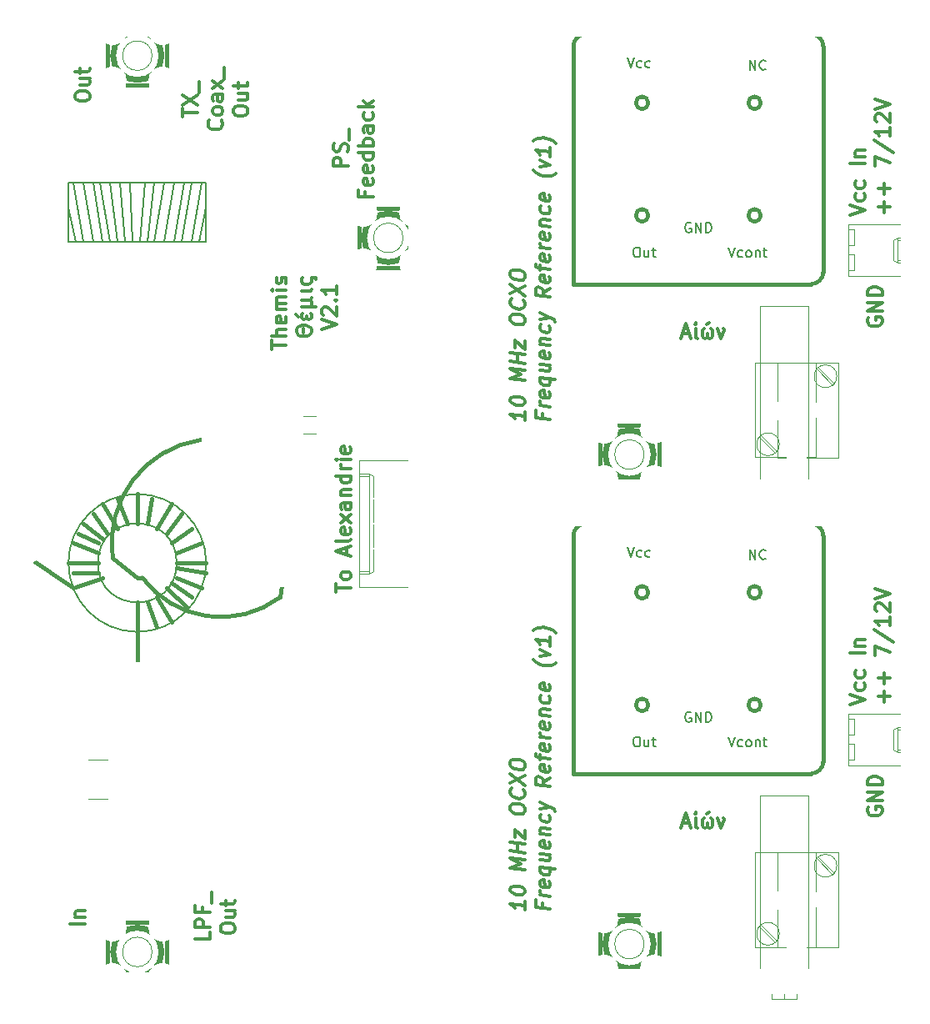
<source format=gto>
G04 #@! TF.GenerationSoftware,KiCad,Pcbnew,(5.1.5)-3*
G04 #@! TF.CreationDate,2021-12-07T14:22:12+01:00*
G04 #@! TF.ProjectId,dual_ocxo_themis,6475616c-5f6f-4637-986f-5f7468656d69,rev?*
G04 #@! TF.SameCoordinates,Original*
G04 #@! TF.FileFunction,Legend,Top*
G04 #@! TF.FilePolarity,Positive*
%FSLAX46Y46*%
G04 Gerber Fmt 4.6, Leading zero omitted, Abs format (unit mm)*
G04 Created by KiCad (PCBNEW (5.1.5)-3) date 2021-12-07 14:22:12*
%MOMM*%
%LPD*%
G04 APERTURE LIST*
%ADD10C,0.300000*%
%ADD11C,0.120000*%
%ADD12C,0.099060*%
%ADD13C,0.381000*%
%ADD14C,0.400000*%
%ADD15C,0.150000*%
%ADD16C,5.900000*%
%ADD17R,3.000000X2.400000*%
%ADD18O,3.000000X2.400000*%
%ADD19C,2.398980*%
%ADD20C,2.899360*%
%ADD21C,2.900000*%
%ADD22C,2.200000*%
%ADD23C,1.840000*%
%ADD24R,5.400000X5.400000*%
%ADD25C,3.400000*%
%ADD26R,4.400000X4.400000*%
%ADD27R,5.000000X5.000000*%
%ADD28C,4.000000*%
%ADD29R,2.400000X3.900000*%
%ADD30C,6.000000*%
%ADD31C,3.700000*%
%ADD32R,1.645000X2.200000*%
%ADD33C,0.254000*%
G04 APERTURE END LIST*
D10*
X105357142Y-77750000D02*
X106071428Y-77750000D01*
X105214285Y-78178571D02*
X105714285Y-76678571D01*
X106214285Y-78178571D01*
X106714285Y-77178571D02*
X106714285Y-77964285D01*
X106785714Y-78107142D01*
X106928571Y-78178571D01*
X106642857Y-76821428D02*
X106714285Y-76821428D01*
X106785714Y-76750000D01*
X106785714Y-76607142D01*
X107928571Y-77678571D02*
X107928571Y-77964285D01*
X107571428Y-77178571D02*
X107500000Y-77250000D01*
X107428571Y-77392857D01*
X107428571Y-77964285D01*
X107500000Y-78107142D01*
X107642857Y-78178571D01*
X107714285Y-78178571D01*
X107857142Y-78107142D01*
X107928571Y-77964285D01*
X108000000Y-78107142D01*
X108142857Y-78178571D01*
X108214285Y-78178571D01*
X108357142Y-78107142D01*
X108428571Y-77964285D01*
X108428571Y-77392857D01*
X108357142Y-77250000D01*
X108285714Y-77178571D01*
X108071428Y-76607142D02*
X107857142Y-76821428D01*
X108928571Y-77178571D02*
X109285714Y-78178571D01*
X109642857Y-77392857D01*
X109642857Y-77321428D01*
X109571428Y-77178571D01*
X124250000Y-76123571D02*
X124178571Y-76266428D01*
X124178571Y-76480714D01*
X124250000Y-76695000D01*
X124392857Y-76837857D01*
X124535714Y-76909285D01*
X124821428Y-76980714D01*
X125035714Y-76980714D01*
X125321428Y-76909285D01*
X125464285Y-76837857D01*
X125607142Y-76695000D01*
X125678571Y-76480714D01*
X125678571Y-76337857D01*
X125607142Y-76123571D01*
X125535714Y-76052142D01*
X125035714Y-76052142D01*
X125035714Y-76337857D01*
X125678571Y-75409285D02*
X124178571Y-75409285D01*
X125678571Y-74552142D01*
X124178571Y-74552142D01*
X125678571Y-73837857D02*
X124178571Y-73837857D01*
X124178571Y-73480714D01*
X124250000Y-73266428D01*
X124392857Y-73123571D01*
X124535714Y-73052142D01*
X124821428Y-72980714D01*
X125035714Y-72980714D01*
X125321428Y-73052142D01*
X125464285Y-73123571D01*
X125607142Y-73266428D01*
X125678571Y-73480714D01*
X125678571Y-73837857D01*
X89403571Y-85653214D02*
X89403571Y-86510357D01*
X89403571Y-86081785D02*
X87903571Y-85894285D01*
X88117857Y-86063928D01*
X88260714Y-86224642D01*
X88332142Y-86376428D01*
X87903571Y-84537142D02*
X87903571Y-84394285D01*
X87975000Y-84260357D01*
X88046428Y-84197857D01*
X88189285Y-84144285D01*
X88475000Y-84108571D01*
X88832142Y-84153214D01*
X89117857Y-84260357D01*
X89260714Y-84349642D01*
X89332142Y-84430000D01*
X89403571Y-84581785D01*
X89403571Y-84724642D01*
X89332142Y-84858571D01*
X89260714Y-84921071D01*
X89117857Y-84974642D01*
X88832142Y-85010357D01*
X88475000Y-84965714D01*
X88189285Y-84858571D01*
X88046428Y-84769285D01*
X87975000Y-84688928D01*
X87903571Y-84537142D01*
X89403571Y-82438928D02*
X87903571Y-82251428D01*
X88975000Y-81885357D01*
X87903571Y-81251428D01*
X89403571Y-81438928D01*
X89403571Y-80724642D02*
X87903571Y-80537142D01*
X88617857Y-80626428D02*
X88617857Y-79769285D01*
X89403571Y-79867500D02*
X87903571Y-79680000D01*
X88403571Y-79171071D02*
X88403571Y-78385357D01*
X89403571Y-79296071D01*
X89403571Y-78510357D01*
X87903571Y-76322857D02*
X87903571Y-76037142D01*
X87975000Y-75903214D01*
X88117857Y-75778214D01*
X88403571Y-75742500D01*
X88903571Y-75805000D01*
X89189285Y-75912142D01*
X89332142Y-76072857D01*
X89403571Y-76224642D01*
X89403571Y-76510357D01*
X89332142Y-76644285D01*
X89189285Y-76769285D01*
X88903571Y-76805000D01*
X88403571Y-76742500D01*
X88117857Y-76635357D01*
X87975000Y-76474642D01*
X87903571Y-76322857D01*
X89260714Y-74349642D02*
X89332142Y-74430000D01*
X89403571Y-74653214D01*
X89403571Y-74796071D01*
X89332142Y-75001428D01*
X89189285Y-75126428D01*
X89046428Y-75180000D01*
X88760714Y-75215714D01*
X88546428Y-75188928D01*
X88260714Y-75081785D01*
X88117857Y-74992500D01*
X87975000Y-74831785D01*
X87903571Y-74608571D01*
X87903571Y-74465714D01*
X87975000Y-74260357D01*
X88046428Y-74197857D01*
X87903571Y-73680000D02*
X89403571Y-72867500D01*
X87903571Y-72680000D02*
X89403571Y-73867500D01*
X87903571Y-71822857D02*
X87903571Y-71537142D01*
X87975000Y-71403214D01*
X88117857Y-71278214D01*
X88403571Y-71242500D01*
X88903571Y-71305000D01*
X89189285Y-71412142D01*
X89332142Y-71572857D01*
X89403571Y-71724642D01*
X89403571Y-72010357D01*
X89332142Y-72144285D01*
X89189285Y-72269285D01*
X88903571Y-72305000D01*
X88403571Y-72242500D01*
X88117857Y-72135357D01*
X87975000Y-71974642D01*
X87903571Y-71822857D01*
X91167857Y-85840714D02*
X91167857Y-86340714D01*
X91953571Y-86438928D02*
X90453571Y-86251428D01*
X90453571Y-85537142D01*
X91953571Y-85153214D02*
X90953571Y-85028214D01*
X91239285Y-85063928D02*
X91096428Y-84974642D01*
X91025000Y-84894285D01*
X90953571Y-84742500D01*
X90953571Y-84599642D01*
X91882142Y-83644285D02*
X91953571Y-83796071D01*
X91953571Y-84081785D01*
X91882142Y-84215714D01*
X91739285Y-84269285D01*
X91167857Y-84197857D01*
X91025000Y-84108571D01*
X90953571Y-83956785D01*
X90953571Y-83671071D01*
X91025000Y-83537142D01*
X91167857Y-83483571D01*
X91310714Y-83501428D01*
X91453571Y-84233571D01*
X90953571Y-82171071D02*
X92453571Y-82358571D01*
X91882142Y-82287142D02*
X91953571Y-82438928D01*
X91953571Y-82724642D01*
X91882142Y-82858571D01*
X91810714Y-82921071D01*
X91667857Y-82974642D01*
X91239285Y-82921071D01*
X91096428Y-82831785D01*
X91025000Y-82751428D01*
X90953571Y-82599642D01*
X90953571Y-82313928D01*
X91025000Y-82180000D01*
X90953571Y-80813928D02*
X91953571Y-80938928D01*
X90953571Y-81456785D02*
X91739285Y-81555000D01*
X91882142Y-81501428D01*
X91953571Y-81367500D01*
X91953571Y-81153214D01*
X91882142Y-81001428D01*
X91810714Y-80921071D01*
X91882142Y-79644285D02*
X91953571Y-79796071D01*
X91953571Y-80081785D01*
X91882142Y-80215714D01*
X91739285Y-80269285D01*
X91167857Y-80197857D01*
X91025000Y-80108571D01*
X90953571Y-79956785D01*
X90953571Y-79671071D01*
X91025000Y-79537142D01*
X91167857Y-79483571D01*
X91310714Y-79501428D01*
X91453571Y-80233571D01*
X90953571Y-78813928D02*
X91953571Y-78938928D01*
X91096428Y-78831785D02*
X91025000Y-78751428D01*
X90953571Y-78599642D01*
X90953571Y-78385357D01*
X91025000Y-78251428D01*
X91167857Y-78197857D01*
X91953571Y-78296071D01*
X91882142Y-76930000D02*
X91953571Y-77081785D01*
X91953571Y-77367500D01*
X91882142Y-77501428D01*
X91810714Y-77563928D01*
X91667857Y-77617500D01*
X91239285Y-77563928D01*
X91096428Y-77474642D01*
X91025000Y-77394285D01*
X90953571Y-77242500D01*
X90953571Y-76956785D01*
X91025000Y-76822857D01*
X90953571Y-76313928D02*
X91953571Y-76081785D01*
X90953571Y-75599642D02*
X91953571Y-76081785D01*
X92310714Y-76269285D01*
X92382142Y-76349642D01*
X92453571Y-76501428D01*
X91953571Y-73153214D02*
X91239285Y-73563928D01*
X91953571Y-74010357D02*
X90453571Y-73822857D01*
X90453571Y-73251428D01*
X90525000Y-73117500D01*
X90596428Y-73055000D01*
X90739285Y-73001428D01*
X90953571Y-73028214D01*
X91096428Y-73117500D01*
X91167857Y-73197857D01*
X91239285Y-73349642D01*
X91239285Y-73921071D01*
X91882142Y-71930000D02*
X91953571Y-72081785D01*
X91953571Y-72367500D01*
X91882142Y-72501428D01*
X91739285Y-72555000D01*
X91167857Y-72483571D01*
X91025000Y-72394285D01*
X90953571Y-72242500D01*
X90953571Y-71956785D01*
X91025000Y-71822857D01*
X91167857Y-71769285D01*
X91310714Y-71787142D01*
X91453571Y-72519285D01*
X90953571Y-71313928D02*
X90953571Y-70742500D01*
X91953571Y-71224642D02*
X90667857Y-71063928D01*
X90525000Y-70974642D01*
X90453571Y-70822857D01*
X90453571Y-70680000D01*
X91882142Y-69787142D02*
X91953571Y-69938928D01*
X91953571Y-70224642D01*
X91882142Y-70358571D01*
X91739285Y-70412142D01*
X91167857Y-70340714D01*
X91025000Y-70251428D01*
X90953571Y-70099642D01*
X90953571Y-69813928D01*
X91025000Y-69680000D01*
X91167857Y-69626428D01*
X91310714Y-69644285D01*
X91453571Y-70376428D01*
X91953571Y-69081785D02*
X90953571Y-68956785D01*
X91239285Y-68992500D02*
X91096428Y-68903214D01*
X91025000Y-68822857D01*
X90953571Y-68671071D01*
X90953571Y-68528214D01*
X91882142Y-67572857D02*
X91953571Y-67724642D01*
X91953571Y-68010357D01*
X91882142Y-68144285D01*
X91739285Y-68197857D01*
X91167857Y-68126428D01*
X91025000Y-68037142D01*
X90953571Y-67885357D01*
X90953571Y-67599642D01*
X91025000Y-67465714D01*
X91167857Y-67412142D01*
X91310714Y-67430000D01*
X91453571Y-68162142D01*
X90953571Y-66742500D02*
X91953571Y-66867500D01*
X91096428Y-66760357D02*
X91025000Y-66680000D01*
X90953571Y-66528214D01*
X90953571Y-66313928D01*
X91025000Y-66180000D01*
X91167857Y-66126428D01*
X91953571Y-66224642D01*
X91882142Y-64858571D02*
X91953571Y-65010357D01*
X91953571Y-65296071D01*
X91882142Y-65430000D01*
X91810714Y-65492500D01*
X91667857Y-65546071D01*
X91239285Y-65492500D01*
X91096428Y-65403214D01*
X91025000Y-65322857D01*
X90953571Y-65171071D01*
X90953571Y-64885357D01*
X91025000Y-64751428D01*
X91882142Y-63644285D02*
X91953571Y-63796071D01*
X91953571Y-64081785D01*
X91882142Y-64215714D01*
X91739285Y-64269285D01*
X91167857Y-64197857D01*
X91025000Y-64108571D01*
X90953571Y-63956785D01*
X90953571Y-63671071D01*
X91025000Y-63537142D01*
X91167857Y-63483571D01*
X91310714Y-63501428D01*
X91453571Y-64233571D01*
X92525000Y-61438928D02*
X92453571Y-61501428D01*
X92239285Y-61617500D01*
X92096428Y-61671071D01*
X91882142Y-61715714D01*
X91525000Y-61742500D01*
X91239285Y-61706785D01*
X90882142Y-61590714D01*
X90667857Y-61492500D01*
X90525000Y-61403214D01*
X90310714Y-61233571D01*
X90239285Y-61153214D01*
X90953571Y-60813928D02*
X91953571Y-60581785D01*
X90953571Y-60099642D01*
X91953571Y-58867500D02*
X91953571Y-59724642D01*
X91953571Y-59296071D02*
X90453571Y-59108571D01*
X90667857Y-59278214D01*
X90810714Y-59438928D01*
X90882142Y-59590714D01*
X92525000Y-58438928D02*
X92453571Y-58358571D01*
X92239285Y-58188928D01*
X92096428Y-58099642D01*
X91882142Y-58001428D01*
X91525000Y-57885357D01*
X91239285Y-57849642D01*
X90882142Y-57876428D01*
X90667857Y-57921071D01*
X90525000Y-57974642D01*
X90310714Y-58090714D01*
X90239285Y-58153214D01*
X122403571Y-65662142D02*
X123903571Y-65162142D01*
X122403571Y-64662142D01*
X123832142Y-63519285D02*
X123903571Y-63662142D01*
X123903571Y-63947857D01*
X123832142Y-64090714D01*
X123760714Y-64162142D01*
X123617857Y-64233571D01*
X123189285Y-64233571D01*
X123046428Y-64162142D01*
X122975000Y-64090714D01*
X122903571Y-63947857D01*
X122903571Y-63662142D01*
X122975000Y-63519285D01*
X123832142Y-62233571D02*
X123903571Y-62376428D01*
X123903571Y-62662142D01*
X123832142Y-62805000D01*
X123760714Y-62876428D01*
X123617857Y-62947857D01*
X123189285Y-62947857D01*
X123046428Y-62876428D01*
X122975000Y-62805000D01*
X122903571Y-62662142D01*
X122903571Y-62376428D01*
X122975000Y-62233571D01*
X123903571Y-60447857D02*
X122403571Y-60447857D01*
X122903571Y-59733571D02*
X123903571Y-59733571D01*
X123046428Y-59733571D02*
X122975000Y-59662142D01*
X122903571Y-59519285D01*
X122903571Y-59305000D01*
X122975000Y-59162142D01*
X123117857Y-59090714D01*
X123903571Y-59090714D01*
X125882142Y-65447857D02*
X125882142Y-64305000D01*
X126453571Y-64876428D02*
X125310714Y-64876428D01*
X125882142Y-63590714D02*
X125882142Y-62447857D01*
X126453571Y-63019285D02*
X125310714Y-63019285D01*
X124953571Y-60733571D02*
X124953571Y-59733571D01*
X126453571Y-60376428D01*
X124882142Y-58090714D02*
X126810714Y-59376428D01*
X126453571Y-56805000D02*
X126453571Y-57662142D01*
X126453571Y-57233571D02*
X124953571Y-57233571D01*
X125167857Y-57376428D01*
X125310714Y-57519285D01*
X125382142Y-57662142D01*
X125096428Y-56233571D02*
X125025000Y-56162142D01*
X124953571Y-56019285D01*
X124953571Y-55662142D01*
X125025000Y-55519285D01*
X125096428Y-55447857D01*
X125239285Y-55376428D01*
X125382142Y-55376428D01*
X125596428Y-55447857D01*
X126453571Y-56305000D01*
X126453571Y-55376428D01*
X124953571Y-54947857D02*
X126453571Y-54447857D01*
X124953571Y-53947857D01*
X105357142Y-127450000D02*
X106071428Y-127450000D01*
X105214285Y-127878571D02*
X105714285Y-126378571D01*
X106214285Y-127878571D01*
X106714285Y-126878571D02*
X106714285Y-127664285D01*
X106785714Y-127807142D01*
X106928571Y-127878571D01*
X106642857Y-126521428D02*
X106714285Y-126521428D01*
X106785714Y-126450000D01*
X106785714Y-126307142D01*
X107928571Y-127378571D02*
X107928571Y-127664285D01*
X107571428Y-126878571D02*
X107500000Y-126950000D01*
X107428571Y-127092857D01*
X107428571Y-127664285D01*
X107500000Y-127807142D01*
X107642857Y-127878571D01*
X107714285Y-127878571D01*
X107857142Y-127807142D01*
X107928571Y-127664285D01*
X108000000Y-127807142D01*
X108142857Y-127878571D01*
X108214285Y-127878571D01*
X108357142Y-127807142D01*
X108428571Y-127664285D01*
X108428571Y-127092857D01*
X108357142Y-126950000D01*
X108285714Y-126878571D01*
X108071428Y-126307142D02*
X107857142Y-126521428D01*
X108928571Y-126878571D02*
X109285714Y-127878571D01*
X109642857Y-127092857D01*
X109642857Y-127021428D01*
X109571428Y-126878571D01*
X124250000Y-125823571D02*
X124178571Y-125966428D01*
X124178571Y-126180714D01*
X124250000Y-126395000D01*
X124392857Y-126537857D01*
X124535714Y-126609285D01*
X124821428Y-126680714D01*
X125035714Y-126680714D01*
X125321428Y-126609285D01*
X125464285Y-126537857D01*
X125607142Y-126395000D01*
X125678571Y-126180714D01*
X125678571Y-126037857D01*
X125607142Y-125823571D01*
X125535714Y-125752142D01*
X125035714Y-125752142D01*
X125035714Y-126037857D01*
X125678571Y-125109285D02*
X124178571Y-125109285D01*
X125678571Y-124252142D01*
X124178571Y-124252142D01*
X125678571Y-123537857D02*
X124178571Y-123537857D01*
X124178571Y-123180714D01*
X124250000Y-122966428D01*
X124392857Y-122823571D01*
X124535714Y-122752142D01*
X124821428Y-122680714D01*
X125035714Y-122680714D01*
X125321428Y-122752142D01*
X125464285Y-122823571D01*
X125607142Y-122966428D01*
X125678571Y-123180714D01*
X125678571Y-123537857D01*
X89403571Y-135353214D02*
X89403571Y-136210357D01*
X89403571Y-135781785D02*
X87903571Y-135594285D01*
X88117857Y-135763928D01*
X88260714Y-135924642D01*
X88332142Y-136076428D01*
X87903571Y-134237142D02*
X87903571Y-134094285D01*
X87975000Y-133960357D01*
X88046428Y-133897857D01*
X88189285Y-133844285D01*
X88475000Y-133808571D01*
X88832142Y-133853214D01*
X89117857Y-133960357D01*
X89260714Y-134049642D01*
X89332142Y-134130000D01*
X89403571Y-134281785D01*
X89403571Y-134424642D01*
X89332142Y-134558571D01*
X89260714Y-134621071D01*
X89117857Y-134674642D01*
X88832142Y-134710357D01*
X88475000Y-134665714D01*
X88189285Y-134558571D01*
X88046428Y-134469285D01*
X87975000Y-134388928D01*
X87903571Y-134237142D01*
X89403571Y-132138928D02*
X87903571Y-131951428D01*
X88975000Y-131585357D01*
X87903571Y-130951428D01*
X89403571Y-131138928D01*
X89403571Y-130424642D02*
X87903571Y-130237142D01*
X88617857Y-130326428D02*
X88617857Y-129469285D01*
X89403571Y-129567500D02*
X87903571Y-129380000D01*
X88403571Y-128871071D02*
X88403571Y-128085357D01*
X89403571Y-128996071D01*
X89403571Y-128210357D01*
X87903571Y-126022857D02*
X87903571Y-125737142D01*
X87975000Y-125603214D01*
X88117857Y-125478214D01*
X88403571Y-125442500D01*
X88903571Y-125505000D01*
X89189285Y-125612142D01*
X89332142Y-125772857D01*
X89403571Y-125924642D01*
X89403571Y-126210357D01*
X89332142Y-126344285D01*
X89189285Y-126469285D01*
X88903571Y-126505000D01*
X88403571Y-126442500D01*
X88117857Y-126335357D01*
X87975000Y-126174642D01*
X87903571Y-126022857D01*
X89260714Y-124049642D02*
X89332142Y-124130000D01*
X89403571Y-124353214D01*
X89403571Y-124496071D01*
X89332142Y-124701428D01*
X89189285Y-124826428D01*
X89046428Y-124880000D01*
X88760714Y-124915714D01*
X88546428Y-124888928D01*
X88260714Y-124781785D01*
X88117857Y-124692500D01*
X87975000Y-124531785D01*
X87903571Y-124308571D01*
X87903571Y-124165714D01*
X87975000Y-123960357D01*
X88046428Y-123897857D01*
X87903571Y-123380000D02*
X89403571Y-122567500D01*
X87903571Y-122380000D02*
X89403571Y-123567500D01*
X87903571Y-121522857D02*
X87903571Y-121237142D01*
X87975000Y-121103214D01*
X88117857Y-120978214D01*
X88403571Y-120942500D01*
X88903571Y-121005000D01*
X89189285Y-121112142D01*
X89332142Y-121272857D01*
X89403571Y-121424642D01*
X89403571Y-121710357D01*
X89332142Y-121844285D01*
X89189285Y-121969285D01*
X88903571Y-122005000D01*
X88403571Y-121942500D01*
X88117857Y-121835357D01*
X87975000Y-121674642D01*
X87903571Y-121522857D01*
X91167857Y-135540714D02*
X91167857Y-136040714D01*
X91953571Y-136138928D02*
X90453571Y-135951428D01*
X90453571Y-135237142D01*
X91953571Y-134853214D02*
X90953571Y-134728214D01*
X91239285Y-134763928D02*
X91096428Y-134674642D01*
X91025000Y-134594285D01*
X90953571Y-134442500D01*
X90953571Y-134299642D01*
X91882142Y-133344285D02*
X91953571Y-133496071D01*
X91953571Y-133781785D01*
X91882142Y-133915714D01*
X91739285Y-133969285D01*
X91167857Y-133897857D01*
X91025000Y-133808571D01*
X90953571Y-133656785D01*
X90953571Y-133371071D01*
X91025000Y-133237142D01*
X91167857Y-133183571D01*
X91310714Y-133201428D01*
X91453571Y-133933571D01*
X90953571Y-131871071D02*
X92453571Y-132058571D01*
X91882142Y-131987142D02*
X91953571Y-132138928D01*
X91953571Y-132424642D01*
X91882142Y-132558571D01*
X91810714Y-132621071D01*
X91667857Y-132674642D01*
X91239285Y-132621071D01*
X91096428Y-132531785D01*
X91025000Y-132451428D01*
X90953571Y-132299642D01*
X90953571Y-132013928D01*
X91025000Y-131880000D01*
X90953571Y-130513928D02*
X91953571Y-130638928D01*
X90953571Y-131156785D02*
X91739285Y-131255000D01*
X91882142Y-131201428D01*
X91953571Y-131067500D01*
X91953571Y-130853214D01*
X91882142Y-130701428D01*
X91810714Y-130621071D01*
X91882142Y-129344285D02*
X91953571Y-129496071D01*
X91953571Y-129781785D01*
X91882142Y-129915714D01*
X91739285Y-129969285D01*
X91167857Y-129897857D01*
X91025000Y-129808571D01*
X90953571Y-129656785D01*
X90953571Y-129371071D01*
X91025000Y-129237142D01*
X91167857Y-129183571D01*
X91310714Y-129201428D01*
X91453571Y-129933571D01*
X90953571Y-128513928D02*
X91953571Y-128638928D01*
X91096428Y-128531785D02*
X91025000Y-128451428D01*
X90953571Y-128299642D01*
X90953571Y-128085357D01*
X91025000Y-127951428D01*
X91167857Y-127897857D01*
X91953571Y-127996071D01*
X91882142Y-126630000D02*
X91953571Y-126781785D01*
X91953571Y-127067500D01*
X91882142Y-127201428D01*
X91810714Y-127263928D01*
X91667857Y-127317500D01*
X91239285Y-127263928D01*
X91096428Y-127174642D01*
X91025000Y-127094285D01*
X90953571Y-126942500D01*
X90953571Y-126656785D01*
X91025000Y-126522857D01*
X90953571Y-126013928D02*
X91953571Y-125781785D01*
X90953571Y-125299642D02*
X91953571Y-125781785D01*
X92310714Y-125969285D01*
X92382142Y-126049642D01*
X92453571Y-126201428D01*
X91953571Y-122853214D02*
X91239285Y-123263928D01*
X91953571Y-123710357D02*
X90453571Y-123522857D01*
X90453571Y-122951428D01*
X90525000Y-122817500D01*
X90596428Y-122755000D01*
X90739285Y-122701428D01*
X90953571Y-122728214D01*
X91096428Y-122817500D01*
X91167857Y-122897857D01*
X91239285Y-123049642D01*
X91239285Y-123621071D01*
X91882142Y-121630000D02*
X91953571Y-121781785D01*
X91953571Y-122067500D01*
X91882142Y-122201428D01*
X91739285Y-122255000D01*
X91167857Y-122183571D01*
X91025000Y-122094285D01*
X90953571Y-121942500D01*
X90953571Y-121656785D01*
X91025000Y-121522857D01*
X91167857Y-121469285D01*
X91310714Y-121487142D01*
X91453571Y-122219285D01*
X90953571Y-121013928D02*
X90953571Y-120442500D01*
X91953571Y-120924642D02*
X90667857Y-120763928D01*
X90525000Y-120674642D01*
X90453571Y-120522857D01*
X90453571Y-120380000D01*
X91882142Y-119487142D02*
X91953571Y-119638928D01*
X91953571Y-119924642D01*
X91882142Y-120058571D01*
X91739285Y-120112142D01*
X91167857Y-120040714D01*
X91025000Y-119951428D01*
X90953571Y-119799642D01*
X90953571Y-119513928D01*
X91025000Y-119380000D01*
X91167857Y-119326428D01*
X91310714Y-119344285D01*
X91453571Y-120076428D01*
X91953571Y-118781785D02*
X90953571Y-118656785D01*
X91239285Y-118692500D02*
X91096428Y-118603214D01*
X91025000Y-118522857D01*
X90953571Y-118371071D01*
X90953571Y-118228214D01*
X91882142Y-117272857D02*
X91953571Y-117424642D01*
X91953571Y-117710357D01*
X91882142Y-117844285D01*
X91739285Y-117897857D01*
X91167857Y-117826428D01*
X91025000Y-117737142D01*
X90953571Y-117585357D01*
X90953571Y-117299642D01*
X91025000Y-117165714D01*
X91167857Y-117112142D01*
X91310714Y-117130000D01*
X91453571Y-117862142D01*
X90953571Y-116442500D02*
X91953571Y-116567500D01*
X91096428Y-116460357D02*
X91025000Y-116380000D01*
X90953571Y-116228214D01*
X90953571Y-116013928D01*
X91025000Y-115880000D01*
X91167857Y-115826428D01*
X91953571Y-115924642D01*
X91882142Y-114558571D02*
X91953571Y-114710357D01*
X91953571Y-114996071D01*
X91882142Y-115130000D01*
X91810714Y-115192500D01*
X91667857Y-115246071D01*
X91239285Y-115192500D01*
X91096428Y-115103214D01*
X91025000Y-115022857D01*
X90953571Y-114871071D01*
X90953571Y-114585357D01*
X91025000Y-114451428D01*
X91882142Y-113344285D02*
X91953571Y-113496071D01*
X91953571Y-113781785D01*
X91882142Y-113915714D01*
X91739285Y-113969285D01*
X91167857Y-113897857D01*
X91025000Y-113808571D01*
X90953571Y-113656785D01*
X90953571Y-113371071D01*
X91025000Y-113237142D01*
X91167857Y-113183571D01*
X91310714Y-113201428D01*
X91453571Y-113933571D01*
X92525000Y-111138928D02*
X92453571Y-111201428D01*
X92239285Y-111317500D01*
X92096428Y-111371071D01*
X91882142Y-111415714D01*
X91525000Y-111442500D01*
X91239285Y-111406785D01*
X90882142Y-111290714D01*
X90667857Y-111192500D01*
X90525000Y-111103214D01*
X90310714Y-110933571D01*
X90239285Y-110853214D01*
X90953571Y-110513928D02*
X91953571Y-110281785D01*
X90953571Y-109799642D01*
X91953571Y-108567500D02*
X91953571Y-109424642D01*
X91953571Y-108996071D02*
X90453571Y-108808571D01*
X90667857Y-108978214D01*
X90810714Y-109138928D01*
X90882142Y-109290714D01*
X92525000Y-108138928D02*
X92453571Y-108058571D01*
X92239285Y-107888928D01*
X92096428Y-107799642D01*
X91882142Y-107701428D01*
X91525000Y-107585357D01*
X91239285Y-107549642D01*
X90882142Y-107576428D01*
X90667857Y-107621071D01*
X90525000Y-107674642D01*
X90310714Y-107790714D01*
X90239285Y-107853214D01*
X122403571Y-115362142D02*
X123903571Y-114862142D01*
X122403571Y-114362142D01*
X123832142Y-113219285D02*
X123903571Y-113362142D01*
X123903571Y-113647857D01*
X123832142Y-113790714D01*
X123760714Y-113862142D01*
X123617857Y-113933571D01*
X123189285Y-113933571D01*
X123046428Y-113862142D01*
X122975000Y-113790714D01*
X122903571Y-113647857D01*
X122903571Y-113362142D01*
X122975000Y-113219285D01*
X123832142Y-111933571D02*
X123903571Y-112076428D01*
X123903571Y-112362142D01*
X123832142Y-112505000D01*
X123760714Y-112576428D01*
X123617857Y-112647857D01*
X123189285Y-112647857D01*
X123046428Y-112576428D01*
X122975000Y-112505000D01*
X122903571Y-112362142D01*
X122903571Y-112076428D01*
X122975000Y-111933571D01*
X123903571Y-110147857D02*
X122403571Y-110147857D01*
X122903571Y-109433571D02*
X123903571Y-109433571D01*
X123046428Y-109433571D02*
X122975000Y-109362142D01*
X122903571Y-109219285D01*
X122903571Y-109005000D01*
X122975000Y-108862142D01*
X123117857Y-108790714D01*
X123903571Y-108790714D01*
X125882142Y-115147857D02*
X125882142Y-114005000D01*
X126453571Y-114576428D02*
X125310714Y-114576428D01*
X125882142Y-113290714D02*
X125882142Y-112147857D01*
X126453571Y-112719285D02*
X125310714Y-112719285D01*
X124953571Y-110433571D02*
X124953571Y-109433571D01*
X126453571Y-110076428D01*
X124882142Y-107790714D02*
X126810714Y-109076428D01*
X126453571Y-106505000D02*
X126453571Y-107362142D01*
X126453571Y-106933571D02*
X124953571Y-106933571D01*
X125167857Y-107076428D01*
X125310714Y-107219285D01*
X125382142Y-107362142D01*
X125096428Y-105933571D02*
X125025000Y-105862142D01*
X124953571Y-105719285D01*
X124953571Y-105362142D01*
X125025000Y-105219285D01*
X125096428Y-105147857D01*
X125239285Y-105076428D01*
X125382142Y-105076428D01*
X125596428Y-105147857D01*
X126453571Y-106005000D01*
X126453571Y-105076428D01*
X124953571Y-104647857D02*
X126453571Y-104147857D01*
X124953571Y-103647857D01*
X57403571Y-138500000D02*
X57403571Y-139214285D01*
X55903571Y-139214285D01*
X57403571Y-138000000D02*
X55903571Y-138000000D01*
X55903571Y-137428571D01*
X55975000Y-137285714D01*
X56046428Y-137214285D01*
X56189285Y-137142857D01*
X56403571Y-137142857D01*
X56546428Y-137214285D01*
X56617857Y-137285714D01*
X56689285Y-137428571D01*
X56689285Y-138000000D01*
X56617857Y-136000000D02*
X56617857Y-136500000D01*
X57403571Y-136500000D02*
X55903571Y-136500000D01*
X55903571Y-135785714D01*
X57546428Y-135571428D02*
X57546428Y-134428571D01*
X58453571Y-138250000D02*
X58453571Y-137964285D01*
X58525000Y-137821428D01*
X58667857Y-137678571D01*
X58953571Y-137607142D01*
X59453571Y-137607142D01*
X59739285Y-137678571D01*
X59882142Y-137821428D01*
X59953571Y-137964285D01*
X59953571Y-138250000D01*
X59882142Y-138392857D01*
X59739285Y-138535714D01*
X59453571Y-138607142D01*
X58953571Y-138607142D01*
X58667857Y-138535714D01*
X58525000Y-138392857D01*
X58453571Y-138250000D01*
X58953571Y-136321428D02*
X59953571Y-136321428D01*
X58953571Y-136964285D02*
X59739285Y-136964285D01*
X59882142Y-136892857D01*
X59953571Y-136750000D01*
X59953571Y-136535714D01*
X59882142Y-136392857D01*
X59810714Y-136321428D01*
X58953571Y-135821428D02*
X58953571Y-135250000D01*
X58453571Y-135607142D02*
X59739285Y-135607142D01*
X59882142Y-135535714D01*
X59953571Y-135392857D01*
X59953571Y-135250000D01*
X70178571Y-103964285D02*
X70178571Y-103107142D01*
X71678571Y-103535714D02*
X70178571Y-103535714D01*
X71678571Y-102392857D02*
X71607142Y-102535714D01*
X71535714Y-102607142D01*
X71392857Y-102678571D01*
X70964285Y-102678571D01*
X70821428Y-102607142D01*
X70750000Y-102535714D01*
X70678571Y-102392857D01*
X70678571Y-102178571D01*
X70750000Y-102035714D01*
X70821428Y-101964285D01*
X70964285Y-101892857D01*
X71392857Y-101892857D01*
X71535714Y-101964285D01*
X71607142Y-102035714D01*
X71678571Y-102178571D01*
X71678571Y-102392857D01*
X71250000Y-100178571D02*
X71250000Y-99464285D01*
X71678571Y-100321428D02*
X70178571Y-99821428D01*
X71678571Y-99321428D01*
X71678571Y-98607142D02*
X71607142Y-98750000D01*
X71464285Y-98821428D01*
X70178571Y-98821428D01*
X71607142Y-97464285D02*
X71678571Y-97607142D01*
X71678571Y-97892857D01*
X71607142Y-98035714D01*
X71464285Y-98107142D01*
X70892857Y-98107142D01*
X70750000Y-98035714D01*
X70678571Y-97892857D01*
X70678571Y-97607142D01*
X70750000Y-97464285D01*
X70892857Y-97392857D01*
X71035714Y-97392857D01*
X71178571Y-98107142D01*
X71678571Y-96892857D02*
X70678571Y-96107142D01*
X70678571Y-96892857D02*
X71678571Y-96107142D01*
X71678571Y-94892857D02*
X70892857Y-94892857D01*
X70750000Y-94964285D01*
X70678571Y-95107142D01*
X70678571Y-95392857D01*
X70750000Y-95535714D01*
X71607142Y-94892857D02*
X71678571Y-95035714D01*
X71678571Y-95392857D01*
X71607142Y-95535714D01*
X71464285Y-95607142D01*
X71321428Y-95607142D01*
X71178571Y-95535714D01*
X71107142Y-95392857D01*
X71107142Y-95035714D01*
X71035714Y-94892857D01*
X70678571Y-94178571D02*
X71678571Y-94178571D01*
X70821428Y-94178571D02*
X70750000Y-94107142D01*
X70678571Y-93964285D01*
X70678571Y-93750000D01*
X70750000Y-93607142D01*
X70892857Y-93535714D01*
X71678571Y-93535714D01*
X71678571Y-92178571D02*
X70178571Y-92178571D01*
X71607142Y-92178571D02*
X71678571Y-92321428D01*
X71678571Y-92607142D01*
X71607142Y-92750000D01*
X71535714Y-92821428D01*
X71392857Y-92892857D01*
X70964285Y-92892857D01*
X70821428Y-92821428D01*
X70750000Y-92750000D01*
X70678571Y-92607142D01*
X70678571Y-92321428D01*
X70750000Y-92178571D01*
X71678571Y-91464285D02*
X70678571Y-91464285D01*
X70964285Y-91464285D02*
X70821428Y-91392857D01*
X70750000Y-91321428D01*
X70678571Y-91178571D01*
X70678571Y-91035714D01*
X71678571Y-90535714D02*
X70678571Y-90535714D01*
X70178571Y-90535714D02*
X70250000Y-90607142D01*
X70321428Y-90535714D01*
X70250000Y-90464285D01*
X70178571Y-90535714D01*
X70321428Y-90535714D01*
X71607142Y-89250000D02*
X71678571Y-89392857D01*
X71678571Y-89678571D01*
X71607142Y-89821428D01*
X71464285Y-89892857D01*
X70892857Y-89892857D01*
X70750000Y-89821428D01*
X70678571Y-89678571D01*
X70678571Y-89392857D01*
X70750000Y-89250000D01*
X70892857Y-89178571D01*
X71035714Y-89178571D01*
X71178571Y-89892857D01*
X43678571Y-53750000D02*
X43678571Y-53464285D01*
X43750000Y-53321428D01*
X43892857Y-53178571D01*
X44178571Y-53107142D01*
X44678571Y-53107142D01*
X44964285Y-53178571D01*
X45107142Y-53321428D01*
X45178571Y-53464285D01*
X45178571Y-53750000D01*
X45107142Y-53892857D01*
X44964285Y-54035714D01*
X44678571Y-54107142D01*
X44178571Y-54107142D01*
X43892857Y-54035714D01*
X43750000Y-53892857D01*
X43678571Y-53750000D01*
X44178571Y-51821428D02*
X45178571Y-51821428D01*
X44178571Y-52464285D02*
X44964285Y-52464285D01*
X45107142Y-52392857D01*
X45178571Y-52250000D01*
X45178571Y-52035714D01*
X45107142Y-51892857D01*
X45035714Y-51821428D01*
X44178571Y-51321428D02*
X44178571Y-50750000D01*
X43678571Y-51107142D02*
X44964285Y-51107142D01*
X45107142Y-51035714D01*
X45178571Y-50892857D01*
X45178571Y-50750000D01*
X44678571Y-137678571D02*
X43178571Y-137678571D01*
X43678571Y-136964285D02*
X44678571Y-136964285D01*
X43821428Y-136964285D02*
X43750000Y-136892857D01*
X43678571Y-136750000D01*
X43678571Y-136535714D01*
X43750000Y-136392857D01*
X43892857Y-136321428D01*
X44678571Y-136321428D01*
X63628571Y-79285714D02*
X63628571Y-78428571D01*
X65128571Y-78857142D02*
X63628571Y-78857142D01*
X65128571Y-77928571D02*
X63628571Y-77928571D01*
X65128571Y-77285714D02*
X64342857Y-77285714D01*
X64200000Y-77357142D01*
X64128571Y-77500000D01*
X64128571Y-77714285D01*
X64200000Y-77857142D01*
X64271428Y-77928571D01*
X65057142Y-76000000D02*
X65128571Y-76142857D01*
X65128571Y-76428571D01*
X65057142Y-76571428D01*
X64914285Y-76642857D01*
X64342857Y-76642857D01*
X64200000Y-76571428D01*
X64128571Y-76428571D01*
X64128571Y-76142857D01*
X64200000Y-76000000D01*
X64342857Y-75928571D01*
X64485714Y-75928571D01*
X64628571Y-76642857D01*
X65128571Y-75285714D02*
X64128571Y-75285714D01*
X64271428Y-75285714D02*
X64200000Y-75214285D01*
X64128571Y-75071428D01*
X64128571Y-74857142D01*
X64200000Y-74714285D01*
X64342857Y-74642857D01*
X65128571Y-74642857D01*
X64342857Y-74642857D02*
X64200000Y-74571428D01*
X64128571Y-74428571D01*
X64128571Y-74214285D01*
X64200000Y-74071428D01*
X64342857Y-74000000D01*
X65128571Y-74000000D01*
X65128571Y-73285714D02*
X64128571Y-73285714D01*
X63628571Y-73285714D02*
X63700000Y-73357142D01*
X63771428Y-73285714D01*
X63700000Y-73214285D01*
X63628571Y-73285714D01*
X63771428Y-73285714D01*
X65057142Y-72642857D02*
X65128571Y-72500000D01*
X65128571Y-72214285D01*
X65057142Y-72071428D01*
X64914285Y-72000000D01*
X64842857Y-72000000D01*
X64700000Y-72071428D01*
X64628571Y-72214285D01*
X64628571Y-72428571D01*
X64557142Y-72571428D01*
X64414285Y-72642857D01*
X64342857Y-72642857D01*
X64200000Y-72571428D01*
X64128571Y-72428571D01*
X64128571Y-72214285D01*
X64200000Y-72071428D01*
X66892857Y-77642857D02*
X66892857Y-77214285D01*
X66178571Y-77571428D02*
X66178571Y-77285714D01*
X66250000Y-77142857D01*
X66392857Y-77000000D01*
X66535714Y-76928571D01*
X66750000Y-76857142D01*
X67107142Y-76857142D01*
X67321428Y-76928571D01*
X67464285Y-77000000D01*
X67607142Y-77142857D01*
X67678571Y-77285714D01*
X67678571Y-77571428D01*
X67607142Y-77714285D01*
X67464285Y-77857142D01*
X67321428Y-77928571D01*
X67107142Y-78000000D01*
X66750000Y-78000000D01*
X66535714Y-77928571D01*
X66392857Y-77857142D01*
X66250000Y-77714285D01*
X66178571Y-77571428D01*
X67178571Y-76071428D02*
X67250000Y-76214285D01*
X67392857Y-76285714D01*
X67464285Y-76285714D01*
X67607142Y-76214285D01*
X67678571Y-76071428D01*
X67678571Y-75785714D01*
X67607142Y-75642857D01*
X67178571Y-75928571D02*
X67178571Y-76071428D01*
X67107142Y-76214285D01*
X66964285Y-76285714D01*
X66892857Y-76285714D01*
X66750000Y-76214285D01*
X66678571Y-76071428D01*
X66678571Y-75785714D01*
X66750000Y-75642857D01*
X66107142Y-75785714D02*
X66321428Y-76000000D01*
X66678571Y-75000000D02*
X68178571Y-75000000D01*
X67464285Y-74285714D02*
X67607142Y-74214285D01*
X67678571Y-74071428D01*
X67464285Y-75000000D02*
X67607142Y-74928571D01*
X67678571Y-74785714D01*
X67678571Y-74500000D01*
X67607142Y-74357142D01*
X67464285Y-74285714D01*
X66678571Y-74285714D01*
X66678571Y-73428571D02*
X67464285Y-73428571D01*
X67607142Y-73357142D01*
X67678571Y-73214285D01*
X66750000Y-72000000D02*
X66678571Y-72142857D01*
X66678571Y-72428571D01*
X66750000Y-72571428D01*
X66821428Y-72642857D01*
X66964285Y-72714285D01*
X67392857Y-72714285D01*
X67535714Y-72642857D01*
X67607142Y-72571428D01*
X67678571Y-72428571D01*
X67678571Y-72214285D01*
X67750000Y-72071428D01*
X67892857Y-72000000D01*
X67964285Y-72000000D01*
X68107142Y-72071428D01*
X68178571Y-72214285D01*
X68728571Y-77285714D02*
X70228571Y-76785714D01*
X68728571Y-76285714D01*
X68871428Y-75857142D02*
X68800000Y-75785714D01*
X68728571Y-75642857D01*
X68728571Y-75285714D01*
X68800000Y-75142857D01*
X68871428Y-75071428D01*
X69014285Y-75000000D01*
X69157142Y-75000000D01*
X69371428Y-75071428D01*
X70228571Y-75928571D01*
X70228571Y-75000000D01*
X70085714Y-74357142D02*
X70157142Y-74285714D01*
X70228571Y-74357142D01*
X70157142Y-74428571D01*
X70085714Y-74357142D01*
X70228571Y-74357142D01*
X70228571Y-72857142D02*
X70228571Y-73714285D01*
X70228571Y-73285714D02*
X68728571Y-73285714D01*
X68942857Y-73428571D01*
X69085714Y-73571428D01*
X69157142Y-73714285D01*
X54628571Y-55714285D02*
X54628571Y-54857142D01*
X56128571Y-55285714D02*
X54628571Y-55285714D01*
X54628571Y-54500000D02*
X56128571Y-53500000D01*
X54628571Y-53500000D02*
X56128571Y-54500000D01*
X56271428Y-53285714D02*
X56271428Y-52142857D01*
X58535714Y-56071428D02*
X58607142Y-56142857D01*
X58678571Y-56357142D01*
X58678571Y-56500000D01*
X58607142Y-56714285D01*
X58464285Y-56857142D01*
X58321428Y-56928571D01*
X58035714Y-57000000D01*
X57821428Y-57000000D01*
X57535714Y-56928571D01*
X57392857Y-56857142D01*
X57250000Y-56714285D01*
X57178571Y-56500000D01*
X57178571Y-56357142D01*
X57250000Y-56142857D01*
X57321428Y-56071428D01*
X58678571Y-55214285D02*
X58607142Y-55357142D01*
X58535714Y-55428571D01*
X58392857Y-55500000D01*
X57964285Y-55500000D01*
X57821428Y-55428571D01*
X57750000Y-55357142D01*
X57678571Y-55214285D01*
X57678571Y-55000000D01*
X57750000Y-54857142D01*
X57821428Y-54785714D01*
X57964285Y-54714285D01*
X58392857Y-54714285D01*
X58535714Y-54785714D01*
X58607142Y-54857142D01*
X58678571Y-55000000D01*
X58678571Y-55214285D01*
X58678571Y-53428571D02*
X57892857Y-53428571D01*
X57750000Y-53500000D01*
X57678571Y-53642857D01*
X57678571Y-53928571D01*
X57750000Y-54071428D01*
X58607142Y-53428571D02*
X58678571Y-53571428D01*
X58678571Y-53928571D01*
X58607142Y-54071428D01*
X58464285Y-54142857D01*
X58321428Y-54142857D01*
X58178571Y-54071428D01*
X58107142Y-53928571D01*
X58107142Y-53571428D01*
X58035714Y-53428571D01*
X58678571Y-52857142D02*
X57678571Y-52071428D01*
X57678571Y-52857142D02*
X58678571Y-52071428D01*
X58821428Y-51857142D02*
X58821428Y-50714285D01*
X59728571Y-55250000D02*
X59728571Y-54964285D01*
X59800000Y-54821428D01*
X59942857Y-54678571D01*
X60228571Y-54607142D01*
X60728571Y-54607142D01*
X61014285Y-54678571D01*
X61157142Y-54821428D01*
X61228571Y-54964285D01*
X61228571Y-55250000D01*
X61157142Y-55392857D01*
X61014285Y-55535714D01*
X60728571Y-55607142D01*
X60228571Y-55607142D01*
X59942857Y-55535714D01*
X59800000Y-55392857D01*
X59728571Y-55250000D01*
X60228571Y-53321428D02*
X61228571Y-53321428D01*
X60228571Y-53964285D02*
X61014285Y-53964285D01*
X61157142Y-53892857D01*
X61228571Y-53750000D01*
X61228571Y-53535714D01*
X61157142Y-53392857D01*
X61085714Y-53321428D01*
X60228571Y-52821428D02*
X60228571Y-52250000D01*
X59728571Y-52607142D02*
X61014285Y-52607142D01*
X61157142Y-52535714D01*
X61228571Y-52392857D01*
X61228571Y-52250000D01*
X71403571Y-60678571D02*
X69903571Y-60678571D01*
X69903571Y-60107142D01*
X69975000Y-59964285D01*
X70046428Y-59892857D01*
X70189285Y-59821428D01*
X70403571Y-59821428D01*
X70546428Y-59892857D01*
X70617857Y-59964285D01*
X70689285Y-60107142D01*
X70689285Y-60678571D01*
X71332142Y-59250000D02*
X71403571Y-59035714D01*
X71403571Y-58678571D01*
X71332142Y-58535714D01*
X71260714Y-58464285D01*
X71117857Y-58392857D01*
X70975000Y-58392857D01*
X70832142Y-58464285D01*
X70760714Y-58535714D01*
X70689285Y-58678571D01*
X70617857Y-58964285D01*
X70546428Y-59107142D01*
X70475000Y-59178571D01*
X70332142Y-59250000D01*
X70189285Y-59250000D01*
X70046428Y-59178571D01*
X69975000Y-59107142D01*
X69903571Y-58964285D01*
X69903571Y-58607142D01*
X69975000Y-58392857D01*
X71546428Y-58107142D02*
X71546428Y-56964285D01*
X73167857Y-63357142D02*
X73167857Y-63857142D01*
X73953571Y-63857142D02*
X72453571Y-63857142D01*
X72453571Y-63142857D01*
X73882142Y-62000000D02*
X73953571Y-62142857D01*
X73953571Y-62428571D01*
X73882142Y-62571428D01*
X73739285Y-62642857D01*
X73167857Y-62642857D01*
X73025000Y-62571428D01*
X72953571Y-62428571D01*
X72953571Y-62142857D01*
X73025000Y-62000000D01*
X73167857Y-61928571D01*
X73310714Y-61928571D01*
X73453571Y-62642857D01*
X73882142Y-60714285D02*
X73953571Y-60857142D01*
X73953571Y-61142857D01*
X73882142Y-61285714D01*
X73739285Y-61357142D01*
X73167857Y-61357142D01*
X73025000Y-61285714D01*
X72953571Y-61142857D01*
X72953571Y-60857142D01*
X73025000Y-60714285D01*
X73167857Y-60642857D01*
X73310714Y-60642857D01*
X73453571Y-61357142D01*
X73953571Y-59357142D02*
X72453571Y-59357142D01*
X73882142Y-59357142D02*
X73953571Y-59500000D01*
X73953571Y-59785714D01*
X73882142Y-59928571D01*
X73810714Y-60000000D01*
X73667857Y-60071428D01*
X73239285Y-60071428D01*
X73096428Y-60000000D01*
X73025000Y-59928571D01*
X72953571Y-59785714D01*
X72953571Y-59500000D01*
X73025000Y-59357142D01*
X73953571Y-58642857D02*
X72453571Y-58642857D01*
X73025000Y-58642857D02*
X72953571Y-58500000D01*
X72953571Y-58214285D01*
X73025000Y-58071428D01*
X73096428Y-58000000D01*
X73239285Y-57928571D01*
X73667857Y-57928571D01*
X73810714Y-58000000D01*
X73882142Y-58071428D01*
X73953571Y-58214285D01*
X73953571Y-58500000D01*
X73882142Y-58642857D01*
X73953571Y-56642857D02*
X73167857Y-56642857D01*
X73025000Y-56714285D01*
X72953571Y-56857142D01*
X72953571Y-57142857D01*
X73025000Y-57285714D01*
X73882142Y-56642857D02*
X73953571Y-56785714D01*
X73953571Y-57142857D01*
X73882142Y-57285714D01*
X73739285Y-57357142D01*
X73596428Y-57357142D01*
X73453571Y-57285714D01*
X73382142Y-57142857D01*
X73382142Y-56785714D01*
X73310714Y-56642857D01*
X73882142Y-55285714D02*
X73953571Y-55428571D01*
X73953571Y-55714285D01*
X73882142Y-55857142D01*
X73810714Y-55928571D01*
X73667857Y-56000000D01*
X73239285Y-56000000D01*
X73096428Y-55928571D01*
X73025000Y-55857142D01*
X72953571Y-55714285D01*
X72953571Y-55428571D01*
X73025000Y-55285714D01*
X73953571Y-54642857D02*
X72453571Y-54642857D01*
X73382142Y-54500000D02*
X73953571Y-54071428D01*
X72953571Y-54071428D02*
X73525000Y-54642857D01*
D11*
X122230000Y-71870000D02*
X128230000Y-71870000D01*
X128230000Y-71870000D02*
X128230000Y-66590000D01*
X128230000Y-66590000D02*
X122230000Y-66590000D01*
X122230000Y-66590000D02*
X122230000Y-71870000D01*
X128230000Y-70500000D02*
X127230000Y-70500000D01*
X127230000Y-70500000D02*
X127230000Y-67960000D01*
X127230000Y-67960000D02*
X128230000Y-67960000D01*
X127230000Y-70500000D02*
X126800000Y-70250000D01*
X126800000Y-70250000D02*
X126800000Y-68210000D01*
X126800000Y-68210000D02*
X127230000Y-67960000D01*
X128230000Y-70250000D02*
X127230000Y-70250000D01*
X128230000Y-68210000D02*
X127230000Y-68210000D01*
X122230000Y-71300000D02*
X122850000Y-71300000D01*
X122850000Y-71300000D02*
X122850000Y-69700000D01*
X122850000Y-69700000D02*
X122230000Y-69700000D01*
X122230000Y-68760000D02*
X122850000Y-68760000D01*
X122850000Y-68760000D02*
X122850000Y-67160000D01*
X122850000Y-67160000D02*
X122230000Y-67160000D01*
D12*
X100500380Y-90000000D02*
G75*
G03X100500380Y-90000000I-500380J0D01*
G01*
X101501140Y-90000000D02*
G75*
G03X101501140Y-90000000I-1501140J0D01*
G01*
D13*
X102548957Y-90000000D02*
G75*
G03X102548957Y-90000000I-2548957J0D01*
G01*
X97000260Y-87000260D02*
X102999740Y-87000260D01*
X102999740Y-87000260D02*
X102999740Y-92999740D01*
X102999740Y-92999740D02*
X97000260Y-92999740D01*
X97000260Y-92999740D02*
X97000260Y-87000260D01*
X102371904Y-90000000D02*
G75*
G03X102371904Y-90000000I-2371904J0D01*
G01*
D14*
X101920000Y-54285000D02*
G75*
G03X101920000Y-54285000I-635000J0D01*
G01*
X101920000Y-65715000D02*
G75*
G03X101920000Y-65715000I-635000J0D01*
G01*
X113350000Y-65715000D02*
G75*
G03X113350000Y-65715000I-635000J0D01*
G01*
X113350000Y-54285000D02*
G75*
G03X113350000Y-54285000I-635000J0D01*
G01*
X95570000Y-47300000D02*
X96205000Y-47300000D01*
X94300000Y-49205000D02*
X94300000Y-48570000D01*
X95570000Y-47300000D02*
G75*
G03X94300000Y-48570000I0J-1270000D01*
G01*
X118430000Y-47300000D02*
X117795000Y-47300000D01*
X119700000Y-49205000D02*
X119700000Y-48570000D01*
X119700000Y-48570000D02*
G75*
G03X118430000Y-47300000I-1270000J0D01*
G01*
X94300000Y-49205000D02*
X94300000Y-72700000D01*
X116525000Y-47300000D02*
X117795000Y-47300000D01*
X116525000Y-47300000D02*
X96205000Y-47300000D01*
X119700000Y-71430000D02*
X119700000Y-49205000D01*
X118430000Y-72700000D02*
G75*
G03X119700000Y-71430000I0J1270000D01*
G01*
X94300000Y-72700000D02*
X118430000Y-72700000D01*
D11*
X113270000Y-94060000D02*
X113270000Y-74939000D01*
X118190000Y-94060000D02*
X118190000Y-74939000D01*
X113270000Y-94060000D02*
X118190000Y-94060000D01*
X113270000Y-74939000D02*
X118190000Y-74939000D01*
X114490000Y-95580000D02*
X114490000Y-94061000D01*
X116970000Y-95580000D02*
X116970000Y-94061000D01*
X114490000Y-95580000D02*
X116970000Y-95580000D01*
X114490000Y-94061000D02*
X116970000Y-94061000D01*
X115730000Y-95580000D02*
X115730000Y-94820000D01*
X121075000Y-82045000D02*
G75*
G03X121075000Y-82045000I-1155000J0D01*
G01*
X115030000Y-90365000D02*
X115030000Y-80715000D01*
X121250000Y-90365000D02*
X121250000Y-80715000D01*
X115030000Y-90365000D02*
X121250000Y-90365000D01*
X115030000Y-80715000D02*
X121250000Y-80715000D01*
X119186000Y-81169000D02*
X120796000Y-82780000D01*
X119045000Y-81309000D02*
X120655000Y-82921000D01*
X115235000Y-88955000D02*
G75*
G03X115235000Y-88955000I-1155000J0D01*
G01*
X118970000Y-80635000D02*
X118970000Y-90285000D01*
X112750000Y-80635000D02*
X112750000Y-90285000D01*
X118970000Y-80635000D02*
X112750000Y-80635000D01*
X118970000Y-90285000D02*
X112750000Y-90285000D01*
X114814000Y-89831000D02*
X113204000Y-88220000D01*
X114955000Y-89691000D02*
X113345000Y-88079000D01*
X122230000Y-121570000D02*
X128230000Y-121570000D01*
X128230000Y-121570000D02*
X128230000Y-116290000D01*
X128230000Y-116290000D02*
X122230000Y-116290000D01*
X122230000Y-116290000D02*
X122230000Y-121570000D01*
X128230000Y-120200000D02*
X127230000Y-120200000D01*
X127230000Y-120200000D02*
X127230000Y-117660000D01*
X127230000Y-117660000D02*
X128230000Y-117660000D01*
X127230000Y-120200000D02*
X126800000Y-119950000D01*
X126800000Y-119950000D02*
X126800000Y-117910000D01*
X126800000Y-117910000D02*
X127230000Y-117660000D01*
X128230000Y-119950000D02*
X127230000Y-119950000D01*
X128230000Y-117910000D02*
X127230000Y-117910000D01*
X122230000Y-121000000D02*
X122850000Y-121000000D01*
X122850000Y-121000000D02*
X122850000Y-119400000D01*
X122850000Y-119400000D02*
X122230000Y-119400000D01*
X122230000Y-118460000D02*
X122850000Y-118460000D01*
X122850000Y-118460000D02*
X122850000Y-116860000D01*
X122850000Y-116860000D02*
X122230000Y-116860000D01*
D12*
X100500380Y-139700000D02*
G75*
G03X100500380Y-139700000I-500380J0D01*
G01*
X101501140Y-139700000D02*
G75*
G03X101501140Y-139700000I-1501140J0D01*
G01*
D13*
X102548957Y-139700000D02*
G75*
G03X102548957Y-139700000I-2548957J0D01*
G01*
X97000260Y-136700260D02*
X102999740Y-136700260D01*
X102999740Y-136700260D02*
X102999740Y-142699740D01*
X102999740Y-142699740D02*
X97000260Y-142699740D01*
X97000260Y-142699740D02*
X97000260Y-136700260D01*
X102371904Y-139700000D02*
G75*
G03X102371904Y-139700000I-2371904J0D01*
G01*
D14*
X101920000Y-103985000D02*
G75*
G03X101920000Y-103985000I-635000J0D01*
G01*
X101920000Y-115415000D02*
G75*
G03X101920000Y-115415000I-635000J0D01*
G01*
X113350000Y-115415000D02*
G75*
G03X113350000Y-115415000I-635000J0D01*
G01*
X113350000Y-103985000D02*
G75*
G03X113350000Y-103985000I-635000J0D01*
G01*
X95570000Y-97000000D02*
X96205000Y-97000000D01*
X94300000Y-98905000D02*
X94300000Y-98270000D01*
X95570000Y-97000000D02*
G75*
G03X94300000Y-98270000I0J-1270000D01*
G01*
X118430000Y-97000000D02*
X117795000Y-97000000D01*
X119700000Y-98905000D02*
X119700000Y-98270000D01*
X119700000Y-98270000D02*
G75*
G03X118430000Y-97000000I-1270000J0D01*
G01*
X94300000Y-98905000D02*
X94300000Y-122400000D01*
X116525000Y-97000000D02*
X117795000Y-97000000D01*
X116525000Y-97000000D02*
X96205000Y-97000000D01*
X119700000Y-121130000D02*
X119700000Y-98905000D01*
X118430000Y-122400000D02*
G75*
G03X119700000Y-121130000I0J1270000D01*
G01*
X94300000Y-122400000D02*
X118430000Y-122400000D01*
D11*
X113270000Y-143760000D02*
X113270000Y-124639000D01*
X118190000Y-143760000D02*
X118190000Y-124639000D01*
X113270000Y-143760000D02*
X118190000Y-143760000D01*
X113270000Y-124639000D02*
X118190000Y-124639000D01*
X114490000Y-145280000D02*
X114490000Y-143761000D01*
X116970000Y-145280000D02*
X116970000Y-143761000D01*
X114490000Y-145280000D02*
X116970000Y-145280000D01*
X114490000Y-143761000D02*
X116970000Y-143761000D01*
X115730000Y-145280000D02*
X115730000Y-144520000D01*
X121075000Y-131745000D02*
G75*
G03X121075000Y-131745000I-1155000J0D01*
G01*
X115030000Y-140065000D02*
X115030000Y-130415000D01*
X121250000Y-140065000D02*
X121250000Y-130415000D01*
X115030000Y-140065000D02*
X121250000Y-140065000D01*
X115030000Y-130415000D02*
X121250000Y-130415000D01*
X119186000Y-130869000D02*
X120796000Y-132480000D01*
X119045000Y-131009000D02*
X120655000Y-132621000D01*
X115235000Y-138655000D02*
G75*
G03X115235000Y-138655000I-1155000J0D01*
G01*
X118970000Y-130335000D02*
X118970000Y-139985000D01*
X112750000Y-130335000D02*
X112750000Y-139985000D01*
X118970000Y-130335000D02*
X112750000Y-130335000D01*
X118970000Y-139985000D02*
X112750000Y-139985000D01*
X114814000Y-139531000D02*
X113204000Y-137920000D01*
X114955000Y-139391000D02*
X113345000Y-137779000D01*
D15*
X56250000Y-68400000D02*
X57000000Y-64900000D01*
X55500000Y-68400000D02*
X56500000Y-62400000D01*
X54500000Y-68400000D02*
X55500000Y-62400000D01*
X53750000Y-68400000D02*
X54750000Y-62400000D01*
X52750000Y-68400000D02*
X53750000Y-62400000D01*
X51750000Y-68400000D02*
X52750000Y-62400000D01*
X51000000Y-68400000D02*
X51750000Y-62400000D01*
X43750000Y-68400000D02*
X43000000Y-64900000D01*
X44500000Y-68400000D02*
X43500000Y-62400000D01*
X45500000Y-68400000D02*
X44500000Y-62400000D01*
X46500000Y-68400000D02*
X45500000Y-62400000D01*
X47250000Y-68400000D02*
X46250000Y-62400000D01*
X48000000Y-68400000D02*
X47250000Y-62400000D01*
X48750000Y-68400000D02*
X48250000Y-62400000D01*
X50250000Y-68400000D02*
X50750000Y-62400000D01*
X49500000Y-68400000D02*
X49250000Y-62400000D01*
X50000000Y-68400000D02*
X43000000Y-68400000D01*
X43000000Y-68400000D02*
X43000000Y-62400000D01*
X43000000Y-62400000D02*
X57000000Y-62400000D01*
X57000000Y-62400000D02*
X57000000Y-68400000D01*
X57000000Y-68400000D02*
X50000000Y-68400000D01*
D14*
X50000000Y-102500000D02*
X50500000Y-102500000D01*
X50000000Y-102500000D02*
X47500000Y-100500000D01*
X64500000Y-104500000D02*
X65000000Y-101000000D01*
X50500000Y-102500000D02*
G75*
G03X64500000Y-104500000I8000000J6000000D01*
G01*
X56500000Y-88500000D02*
G75*
G03X47500000Y-100500000I1500000J-10500000D01*
G01*
X53500000Y-103000000D02*
X55500000Y-104500000D01*
X54000000Y-101500000D02*
X57000000Y-102000000D01*
X46000000Y-102000000D02*
X43500000Y-102000000D01*
X44000000Y-98000000D02*
X46000000Y-99000000D01*
X46000000Y-100000000D02*
X43500000Y-99000000D01*
X47000000Y-98000000D02*
X45500000Y-96000000D01*
X49000000Y-97000000D02*
X48000000Y-94500000D01*
X48000000Y-97500000D02*
X46500000Y-95000000D01*
X46500000Y-98500000D02*
X44500000Y-97000000D01*
X51000000Y-97000000D02*
X51500000Y-94500000D01*
X52000000Y-97500000D02*
X53500000Y-95000000D01*
X53500000Y-99000000D02*
X55500000Y-97500000D01*
X54000000Y-100000000D02*
X56500000Y-99000000D01*
X54000000Y-102500000D02*
X56500000Y-103500000D01*
X52000000Y-104500000D02*
X53500000Y-107000000D01*
X53000000Y-103500000D02*
X55000000Y-105500000D01*
X53000000Y-98000000D02*
X54500000Y-96000000D01*
X46500000Y-102500000D02*
X43500000Y-103500000D01*
X43500000Y-103500000D02*
X39000000Y-100500000D01*
X39000000Y-100500000D02*
X38500000Y-99000000D01*
X46000000Y-101000000D02*
X43000000Y-101000000D01*
X50000000Y-94000000D02*
X50000000Y-97000000D01*
X54000000Y-101000000D02*
X57000000Y-101000000D01*
X51000000Y-105000000D02*
X52000000Y-107500000D01*
X50000000Y-105000000D02*
X50000000Y-113500000D01*
D15*
X57000000Y-101000000D02*
G75*
G03X57000000Y-101000000I-7000000J0D01*
G01*
X54000000Y-101000000D02*
G75*
G03X54000000Y-101000000I-4000000J0D01*
G01*
D12*
X50500380Y-140500000D02*
G75*
G03X50500380Y-140500000I-500380J0D01*
G01*
X51501140Y-140500000D02*
G75*
G03X51501140Y-140500000I-1501140J0D01*
G01*
D13*
X52548957Y-140500000D02*
G75*
G03X52548957Y-140500000I-2548957J0D01*
G01*
X47000260Y-143499740D02*
X47000260Y-137500260D01*
X47000260Y-137500260D02*
X52999740Y-137500260D01*
X52999740Y-137500260D02*
X52999740Y-143499740D01*
X52999740Y-143499740D02*
X47000260Y-143499740D01*
X52371904Y-140500000D02*
G75*
G03X52371904Y-140500000I-2371904J0D01*
G01*
D11*
X47000000Y-121012000D02*
X45000000Y-121012000D01*
X45000000Y-124988000D02*
X47000000Y-124988000D01*
X78520000Y-90590000D02*
X72520000Y-90590000D01*
X72520000Y-90590000D02*
X72520000Y-103490000D01*
X72520000Y-103490000D02*
X78520000Y-103490000D01*
X78520000Y-103490000D02*
X78520000Y-90590000D01*
X72520000Y-91960000D02*
X73520000Y-91960000D01*
X73520000Y-91960000D02*
X73520000Y-102120000D01*
X73520000Y-102120000D02*
X72520000Y-102120000D01*
X73520000Y-91960000D02*
X73950000Y-92210000D01*
X73950000Y-92210000D02*
X73950000Y-101870000D01*
X73950000Y-101870000D02*
X73520000Y-102120000D01*
X72520000Y-92210000D02*
X73520000Y-92210000D01*
X72520000Y-101870000D02*
X73520000Y-101870000D01*
X78520000Y-91160000D02*
X77900000Y-91160000D01*
X77900000Y-91160000D02*
X77900000Y-92760000D01*
X77900000Y-92760000D02*
X78520000Y-92760000D01*
X78520000Y-93700000D02*
X77900000Y-93700000D01*
X77900000Y-93700000D02*
X77900000Y-95300000D01*
X77900000Y-95300000D02*
X78520000Y-95300000D01*
X78520000Y-96240000D02*
X77900000Y-96240000D01*
X77900000Y-96240000D02*
X77900000Y-97840000D01*
X77900000Y-97840000D02*
X78520000Y-97840000D01*
X78520000Y-98780000D02*
X77900000Y-98780000D01*
X77900000Y-98780000D02*
X77900000Y-100380000D01*
X77900000Y-100380000D02*
X78520000Y-100380000D01*
X78520000Y-101320000D02*
X77900000Y-101320000D01*
X77900000Y-101320000D02*
X77900000Y-102920000D01*
X77900000Y-102920000D02*
X78520000Y-102920000D01*
D12*
X50500380Y-49500000D02*
G75*
G03X50500380Y-49500000I-500380J0D01*
G01*
X51501140Y-49500000D02*
G75*
G03X51501140Y-49500000I-1501140J0D01*
G01*
D13*
X52548957Y-49500000D02*
G75*
G03X52548957Y-49500000I-2548957J0D01*
G01*
X47000260Y-52499740D02*
X47000260Y-46500260D01*
X47000260Y-46500260D02*
X52999740Y-46500260D01*
X52999740Y-46500260D02*
X52999740Y-52499740D01*
X52999740Y-52499740D02*
X47000260Y-52499740D01*
X52371904Y-49500000D02*
G75*
G03X52371904Y-49500000I-2371904J0D01*
G01*
D12*
X76000380Y-68000000D02*
G75*
G03X76000380Y-68000000I-500380J0D01*
G01*
X77001140Y-68000000D02*
G75*
G03X77001140Y-68000000I-1501140J0D01*
G01*
D13*
X78048957Y-68000000D02*
G75*
G03X78048957Y-68000000I-2548957J0D01*
G01*
X72500260Y-65000260D02*
X78499740Y-65000260D01*
X78499740Y-65000260D02*
X78499740Y-70999740D01*
X78499740Y-70999740D02*
X72500260Y-70999740D01*
X72500260Y-70999740D02*
X72500260Y-65000260D01*
X77871904Y-68000000D02*
G75*
G03X77871904Y-68000000I-2371904J0D01*
G01*
D11*
X68150000Y-87910000D02*
X66850000Y-87910000D01*
X68150000Y-86090000D02*
X66850000Y-86090000D01*
D15*
X110047619Y-68952380D02*
X110380952Y-69952380D01*
X110714285Y-68952380D01*
X111476190Y-69904761D02*
X111380952Y-69952380D01*
X111190476Y-69952380D01*
X111095238Y-69904761D01*
X111047619Y-69857142D01*
X111000000Y-69761904D01*
X111000000Y-69476190D01*
X111047619Y-69380952D01*
X111095238Y-69333333D01*
X111190476Y-69285714D01*
X111380952Y-69285714D01*
X111476190Y-69333333D01*
X112047619Y-69952380D02*
X111952380Y-69904761D01*
X111904761Y-69857142D01*
X111857142Y-69761904D01*
X111857142Y-69476190D01*
X111904761Y-69380952D01*
X111952380Y-69333333D01*
X112047619Y-69285714D01*
X112190476Y-69285714D01*
X112285714Y-69333333D01*
X112333333Y-69380952D01*
X112380952Y-69476190D01*
X112380952Y-69761904D01*
X112333333Y-69857142D01*
X112285714Y-69904761D01*
X112190476Y-69952380D01*
X112047619Y-69952380D01*
X112809523Y-69285714D02*
X112809523Y-69952380D01*
X112809523Y-69380952D02*
X112857142Y-69333333D01*
X112952380Y-69285714D01*
X113095238Y-69285714D01*
X113190476Y-69333333D01*
X113238095Y-69428571D01*
X113238095Y-69952380D01*
X113571428Y-69285714D02*
X113952380Y-69285714D01*
X113714285Y-68952380D02*
X113714285Y-69809523D01*
X113761904Y-69904761D01*
X113857142Y-69952380D01*
X113952380Y-69952380D01*
X112214285Y-50952380D02*
X112214285Y-49952380D01*
X112785714Y-50952380D01*
X112785714Y-49952380D01*
X113833333Y-50857142D02*
X113785714Y-50904761D01*
X113642857Y-50952380D01*
X113547619Y-50952380D01*
X113404761Y-50904761D01*
X113309523Y-50809523D01*
X113261904Y-50714285D01*
X113214285Y-50523809D01*
X113214285Y-50380952D01*
X113261904Y-50190476D01*
X113309523Y-50095238D01*
X113404761Y-50000000D01*
X113547619Y-49952380D01*
X113642857Y-49952380D01*
X113785714Y-50000000D01*
X113833333Y-50047619D01*
X100666666Y-68952380D02*
X100857142Y-68952380D01*
X100952380Y-69000000D01*
X101047619Y-69095238D01*
X101095238Y-69285714D01*
X101095238Y-69619047D01*
X101047619Y-69809523D01*
X100952380Y-69904761D01*
X100857142Y-69952380D01*
X100666666Y-69952380D01*
X100571428Y-69904761D01*
X100476190Y-69809523D01*
X100428571Y-69619047D01*
X100428571Y-69285714D01*
X100476190Y-69095238D01*
X100571428Y-69000000D01*
X100666666Y-68952380D01*
X101952380Y-69285714D02*
X101952380Y-69952380D01*
X101523809Y-69285714D02*
X101523809Y-69809523D01*
X101571428Y-69904761D01*
X101666666Y-69952380D01*
X101809523Y-69952380D01*
X101904761Y-69904761D01*
X101952380Y-69857142D01*
X102285714Y-69285714D02*
X102666666Y-69285714D01*
X102428571Y-68952380D02*
X102428571Y-69809523D01*
X102476190Y-69904761D01*
X102571428Y-69952380D01*
X102666666Y-69952380D01*
X106238095Y-66485000D02*
X106142857Y-66437380D01*
X106000000Y-66437380D01*
X105857142Y-66485000D01*
X105761904Y-66580238D01*
X105714285Y-66675476D01*
X105666666Y-66865952D01*
X105666666Y-67008809D01*
X105714285Y-67199285D01*
X105761904Y-67294523D01*
X105857142Y-67389761D01*
X106000000Y-67437380D01*
X106095238Y-67437380D01*
X106238095Y-67389761D01*
X106285714Y-67342142D01*
X106285714Y-67008809D01*
X106095238Y-67008809D01*
X106714285Y-67437380D02*
X106714285Y-66437380D01*
X107285714Y-67437380D01*
X107285714Y-66437380D01*
X107761904Y-67437380D02*
X107761904Y-66437380D01*
X108000000Y-66437380D01*
X108142857Y-66485000D01*
X108238095Y-66580238D01*
X108285714Y-66675476D01*
X108333333Y-66865952D01*
X108333333Y-67008809D01*
X108285714Y-67199285D01*
X108238095Y-67294523D01*
X108142857Y-67389761D01*
X108000000Y-67437380D01*
X107761904Y-67437380D01*
X99809523Y-49702380D02*
X100142857Y-50702380D01*
X100476190Y-49702380D01*
X101238095Y-50654761D02*
X101142857Y-50702380D01*
X100952380Y-50702380D01*
X100857142Y-50654761D01*
X100809523Y-50607142D01*
X100761904Y-50511904D01*
X100761904Y-50226190D01*
X100809523Y-50130952D01*
X100857142Y-50083333D01*
X100952380Y-50035714D01*
X101142857Y-50035714D01*
X101238095Y-50083333D01*
X102095238Y-50654761D02*
X102000000Y-50702380D01*
X101809523Y-50702380D01*
X101714285Y-50654761D01*
X101666666Y-50607142D01*
X101619047Y-50511904D01*
X101619047Y-50226190D01*
X101666666Y-50130952D01*
X101714285Y-50083333D01*
X101809523Y-50035714D01*
X102000000Y-50035714D01*
X102095238Y-50083333D01*
X110047619Y-118652380D02*
X110380952Y-119652380D01*
X110714285Y-118652380D01*
X111476190Y-119604761D02*
X111380952Y-119652380D01*
X111190476Y-119652380D01*
X111095238Y-119604761D01*
X111047619Y-119557142D01*
X111000000Y-119461904D01*
X111000000Y-119176190D01*
X111047619Y-119080952D01*
X111095238Y-119033333D01*
X111190476Y-118985714D01*
X111380952Y-118985714D01*
X111476190Y-119033333D01*
X112047619Y-119652380D02*
X111952380Y-119604761D01*
X111904761Y-119557142D01*
X111857142Y-119461904D01*
X111857142Y-119176190D01*
X111904761Y-119080952D01*
X111952380Y-119033333D01*
X112047619Y-118985714D01*
X112190476Y-118985714D01*
X112285714Y-119033333D01*
X112333333Y-119080952D01*
X112380952Y-119176190D01*
X112380952Y-119461904D01*
X112333333Y-119557142D01*
X112285714Y-119604761D01*
X112190476Y-119652380D01*
X112047619Y-119652380D01*
X112809523Y-118985714D02*
X112809523Y-119652380D01*
X112809523Y-119080952D02*
X112857142Y-119033333D01*
X112952380Y-118985714D01*
X113095238Y-118985714D01*
X113190476Y-119033333D01*
X113238095Y-119128571D01*
X113238095Y-119652380D01*
X113571428Y-118985714D02*
X113952380Y-118985714D01*
X113714285Y-118652380D02*
X113714285Y-119509523D01*
X113761904Y-119604761D01*
X113857142Y-119652380D01*
X113952380Y-119652380D01*
X112214285Y-100652380D02*
X112214285Y-99652380D01*
X112785714Y-100652380D01*
X112785714Y-99652380D01*
X113833333Y-100557142D02*
X113785714Y-100604761D01*
X113642857Y-100652380D01*
X113547619Y-100652380D01*
X113404761Y-100604761D01*
X113309523Y-100509523D01*
X113261904Y-100414285D01*
X113214285Y-100223809D01*
X113214285Y-100080952D01*
X113261904Y-99890476D01*
X113309523Y-99795238D01*
X113404761Y-99700000D01*
X113547619Y-99652380D01*
X113642857Y-99652380D01*
X113785714Y-99700000D01*
X113833333Y-99747619D01*
X100666666Y-118652380D02*
X100857142Y-118652380D01*
X100952380Y-118700000D01*
X101047619Y-118795238D01*
X101095238Y-118985714D01*
X101095238Y-119319047D01*
X101047619Y-119509523D01*
X100952380Y-119604761D01*
X100857142Y-119652380D01*
X100666666Y-119652380D01*
X100571428Y-119604761D01*
X100476190Y-119509523D01*
X100428571Y-119319047D01*
X100428571Y-118985714D01*
X100476190Y-118795238D01*
X100571428Y-118700000D01*
X100666666Y-118652380D01*
X101952380Y-118985714D02*
X101952380Y-119652380D01*
X101523809Y-118985714D02*
X101523809Y-119509523D01*
X101571428Y-119604761D01*
X101666666Y-119652380D01*
X101809523Y-119652380D01*
X101904761Y-119604761D01*
X101952380Y-119557142D01*
X102285714Y-118985714D02*
X102666666Y-118985714D01*
X102428571Y-118652380D02*
X102428571Y-119509523D01*
X102476190Y-119604761D01*
X102571428Y-119652380D01*
X102666666Y-119652380D01*
X106238095Y-116185000D02*
X106142857Y-116137380D01*
X106000000Y-116137380D01*
X105857142Y-116185000D01*
X105761904Y-116280238D01*
X105714285Y-116375476D01*
X105666666Y-116565952D01*
X105666666Y-116708809D01*
X105714285Y-116899285D01*
X105761904Y-116994523D01*
X105857142Y-117089761D01*
X106000000Y-117137380D01*
X106095238Y-117137380D01*
X106238095Y-117089761D01*
X106285714Y-117042142D01*
X106285714Y-116708809D01*
X106095238Y-116708809D01*
X106714285Y-117137380D02*
X106714285Y-116137380D01*
X107285714Y-117137380D01*
X107285714Y-116137380D01*
X107761904Y-117137380D02*
X107761904Y-116137380D01*
X108000000Y-116137380D01*
X108142857Y-116185000D01*
X108238095Y-116280238D01*
X108285714Y-116375476D01*
X108333333Y-116565952D01*
X108333333Y-116708809D01*
X108285714Y-116899285D01*
X108238095Y-116994523D01*
X108142857Y-117089761D01*
X108000000Y-117137380D01*
X107761904Y-117137380D01*
X99809523Y-99402380D02*
X100142857Y-100402380D01*
X100476190Y-99402380D01*
X101238095Y-100354761D02*
X101142857Y-100402380D01*
X100952380Y-100402380D01*
X100857142Y-100354761D01*
X100809523Y-100307142D01*
X100761904Y-100211904D01*
X100761904Y-99926190D01*
X100809523Y-99830952D01*
X100857142Y-99783333D01*
X100952380Y-99735714D01*
X101142857Y-99735714D01*
X101238095Y-99783333D01*
X102095238Y-100354761D02*
X102000000Y-100402380D01*
X101809523Y-100402380D01*
X101714285Y-100354761D01*
X101666666Y-100307142D01*
X101619047Y-100211904D01*
X101619047Y-99926190D01*
X101666666Y-99830952D01*
X101714285Y-99783333D01*
X101809523Y-99735714D01*
X102000000Y-99735714D01*
X102095238Y-99783333D01*
%LPC*%
D16*
X126000000Y-91000000D03*
X84000000Y-49000000D03*
D17*
X125250000Y-70500000D03*
D18*
X125250000Y-67960000D03*
D16*
X126000000Y-49000000D03*
D19*
X100000000Y-90000000D03*
D20*
X102540000Y-87460000D03*
X102540000Y-92540000D03*
X97460000Y-92540000D03*
X97460000Y-87460000D03*
D16*
X84000000Y-91000000D03*
D21*
X97475000Y-50475000D03*
X116525000Y-50475000D03*
X116525000Y-69525000D03*
X97475000Y-69525000D03*
X107000000Y-69525000D03*
D22*
X117000000Y-78000000D03*
X114460000Y-85620000D03*
X117000000Y-90700000D03*
D23*
X117000000Y-83000000D03*
X119540000Y-85540000D03*
X117000000Y-88080000D03*
X117000000Y-88100000D03*
X117000000Y-85460000D03*
X117000000Y-83000000D03*
D16*
X126000000Y-140700000D03*
X84000000Y-98700000D03*
D17*
X125250000Y-120200000D03*
D18*
X125250000Y-117660000D03*
D16*
X126000000Y-98700000D03*
D19*
X100000000Y-139700000D03*
D20*
X102540000Y-137160000D03*
X102540000Y-142240000D03*
X97460000Y-142240000D03*
X97460000Y-137160000D03*
D16*
X84000000Y-140700000D03*
D21*
X97475000Y-100175000D03*
X116525000Y-100175000D03*
X116525000Y-119225000D03*
X97475000Y-119225000D03*
X107000000Y-119225000D03*
D22*
X117000000Y-127700000D03*
X114460000Y-135320000D03*
X117000000Y-140400000D03*
D23*
X117000000Y-132700000D03*
X119540000Y-135240000D03*
X117000000Y-137780000D03*
X117000000Y-137800000D03*
X117000000Y-135160000D03*
X117000000Y-132700000D03*
D24*
X50000000Y-73020000D03*
X50000000Y-58415000D03*
D25*
X37000000Y-59000000D03*
D26*
X58800000Y-74000000D03*
D27*
X50000000Y-113500000D03*
D28*
X38570000Y-99095000D03*
D27*
X63500000Y-101000000D03*
X59000000Y-88000000D03*
D19*
X50000000Y-140500000D03*
D20*
X47460000Y-137960000D03*
X52540000Y-137960000D03*
X52540000Y-143040000D03*
X47460000Y-143040000D03*
D29*
X44000000Y-123000000D03*
X48000000Y-123000000D03*
D17*
X75500000Y-91960000D03*
D18*
X75500000Y-94500000D03*
X75500000Y-97040000D03*
X75500000Y-99580000D03*
X75500000Y-102120000D03*
D30*
X75000000Y-140000000D03*
X75000000Y-50000000D03*
X35000000Y-140000000D03*
X35000000Y-50000000D03*
D31*
X41000000Y-94500000D03*
X57000000Y-108500000D03*
D19*
X50000000Y-49500000D03*
D20*
X47460000Y-46960000D03*
X52540000Y-46960000D03*
X52540000Y-52040000D03*
X47460000Y-52040000D03*
D19*
X75500000Y-68000000D03*
D20*
X78040000Y-65460000D03*
X78040000Y-70540000D03*
X72960000Y-70540000D03*
X72960000Y-65460000D03*
D32*
X69092500Y-87000000D03*
X65907500Y-87000000D03*
D33*
G36*
X129873000Y-94873000D02*
G01*
X80127000Y-94873000D01*
X80127000Y-47500000D01*
X82373000Y-47500000D01*
X82373000Y-92500000D01*
X82375440Y-92524776D01*
X82382667Y-92548601D01*
X82394403Y-92570557D01*
X82410197Y-92589803D01*
X82429443Y-92605597D01*
X82451399Y-92617333D01*
X82475224Y-92624560D01*
X82500000Y-92627000D01*
X127500000Y-92627000D01*
X127524776Y-92624560D01*
X127548601Y-92617333D01*
X127570557Y-92605597D01*
X127589803Y-92589803D01*
X127605597Y-92570557D01*
X127617333Y-92548601D01*
X127624560Y-92524776D01*
X127627000Y-92500000D01*
X127627000Y-47500000D01*
X127624560Y-47475224D01*
X127617333Y-47451399D01*
X127605597Y-47429443D01*
X127589803Y-47410197D01*
X127570557Y-47394403D01*
X127548601Y-47382667D01*
X127524776Y-47375440D01*
X127500000Y-47373000D01*
X82500000Y-47373000D01*
X82475224Y-47375440D01*
X82451399Y-47382667D01*
X82429443Y-47394403D01*
X82410197Y-47410197D01*
X82394403Y-47429443D01*
X82382667Y-47451399D01*
X82375440Y-47475224D01*
X82373000Y-47500000D01*
X80127000Y-47500000D01*
X80127000Y-45127000D01*
X129873000Y-45127000D01*
X129873000Y-94873000D01*
G37*
X129873000Y-94873000D02*
X80127000Y-94873000D01*
X80127000Y-47500000D01*
X82373000Y-47500000D01*
X82373000Y-92500000D01*
X82375440Y-92524776D01*
X82382667Y-92548601D01*
X82394403Y-92570557D01*
X82410197Y-92589803D01*
X82429443Y-92605597D01*
X82451399Y-92617333D01*
X82475224Y-92624560D01*
X82500000Y-92627000D01*
X127500000Y-92627000D01*
X127524776Y-92624560D01*
X127548601Y-92617333D01*
X127570557Y-92605597D01*
X127589803Y-92589803D01*
X127605597Y-92570557D01*
X127617333Y-92548601D01*
X127624560Y-92524776D01*
X127627000Y-92500000D01*
X127627000Y-47500000D01*
X127624560Y-47475224D01*
X127617333Y-47451399D01*
X127605597Y-47429443D01*
X127589803Y-47410197D01*
X127570557Y-47394403D01*
X127548601Y-47382667D01*
X127524776Y-47375440D01*
X127500000Y-47373000D01*
X82500000Y-47373000D01*
X82475224Y-47375440D01*
X82451399Y-47382667D01*
X82429443Y-47394403D01*
X82410197Y-47410197D01*
X82394403Y-47429443D01*
X82382667Y-47451399D01*
X82375440Y-47475224D01*
X82373000Y-47500000D01*
X80127000Y-47500000D01*
X80127000Y-45127000D01*
X129873000Y-45127000D01*
X129873000Y-94873000D01*
G36*
X129873000Y-144573000D02*
G01*
X80127000Y-144573000D01*
X80127000Y-97200000D01*
X82373000Y-97200000D01*
X82373000Y-142200000D01*
X82375440Y-142224776D01*
X82382667Y-142248601D01*
X82394403Y-142270557D01*
X82410197Y-142289803D01*
X82429443Y-142305597D01*
X82451399Y-142317333D01*
X82475224Y-142324560D01*
X82500000Y-142327000D01*
X127500000Y-142327000D01*
X127524776Y-142324560D01*
X127548601Y-142317333D01*
X127570557Y-142305597D01*
X127589803Y-142289803D01*
X127605597Y-142270557D01*
X127617333Y-142248601D01*
X127624560Y-142224776D01*
X127627000Y-142200000D01*
X127627000Y-97200000D01*
X127624560Y-97175224D01*
X127617333Y-97151399D01*
X127605597Y-97129443D01*
X127589803Y-97110197D01*
X127570557Y-97094403D01*
X127548601Y-97082667D01*
X127524776Y-97075440D01*
X127500000Y-97073000D01*
X82500000Y-97073000D01*
X82475224Y-97075440D01*
X82451399Y-97082667D01*
X82429443Y-97094403D01*
X82410197Y-97110197D01*
X82394403Y-97129443D01*
X82382667Y-97151399D01*
X82375440Y-97175224D01*
X82373000Y-97200000D01*
X80127000Y-97200000D01*
X80127000Y-94827000D01*
X129873000Y-94827000D01*
X129873000Y-144573000D01*
G37*
X129873000Y-144573000D02*
X80127000Y-144573000D01*
X80127000Y-97200000D01*
X82373000Y-97200000D01*
X82373000Y-142200000D01*
X82375440Y-142224776D01*
X82382667Y-142248601D01*
X82394403Y-142270557D01*
X82410197Y-142289803D01*
X82429443Y-142305597D01*
X82451399Y-142317333D01*
X82475224Y-142324560D01*
X82500000Y-142327000D01*
X127500000Y-142327000D01*
X127524776Y-142324560D01*
X127548601Y-142317333D01*
X127570557Y-142305597D01*
X127589803Y-142289803D01*
X127605597Y-142270557D01*
X127617333Y-142248601D01*
X127624560Y-142224776D01*
X127627000Y-142200000D01*
X127627000Y-97200000D01*
X127624560Y-97175224D01*
X127617333Y-97151399D01*
X127605597Y-97129443D01*
X127589803Y-97110197D01*
X127570557Y-97094403D01*
X127548601Y-97082667D01*
X127524776Y-97075440D01*
X127500000Y-97073000D01*
X82500000Y-97073000D01*
X82475224Y-97075440D01*
X82451399Y-97082667D01*
X82429443Y-97094403D01*
X82410197Y-97110197D01*
X82394403Y-97129443D01*
X82382667Y-97151399D01*
X82375440Y-97175224D01*
X82373000Y-97200000D01*
X80127000Y-97200000D01*
X80127000Y-94827000D01*
X129873000Y-94827000D01*
X129873000Y-144573000D01*
G36*
X32373000Y-144873000D02*
G01*
X30127000Y-144873000D01*
X30127000Y-45127000D01*
X32373000Y-45127000D01*
X32373000Y-144873000D01*
G37*
X32373000Y-144873000D02*
X30127000Y-144873000D01*
X30127000Y-45127000D01*
X32373000Y-45127000D01*
X32373000Y-144873000D01*
G36*
X79873000Y-144873000D02*
G01*
X32627000Y-144873000D01*
X32627000Y-142627000D01*
X77500000Y-142627000D01*
X77524776Y-142624560D01*
X77548601Y-142617333D01*
X77570557Y-142605597D01*
X77589803Y-142589803D01*
X77605597Y-142570557D01*
X77617333Y-142548601D01*
X77624560Y-142524776D01*
X77627000Y-142500000D01*
X77627000Y-47500000D01*
X77624560Y-47475224D01*
X77617333Y-47451399D01*
X77605597Y-47429443D01*
X77589803Y-47410197D01*
X77570557Y-47394403D01*
X77548601Y-47382667D01*
X77524776Y-47375440D01*
X77500000Y-47373000D01*
X32627000Y-47373000D01*
X32627000Y-45127000D01*
X79873000Y-45127000D01*
X79873000Y-144873000D01*
G37*
X79873000Y-144873000D02*
X32627000Y-144873000D01*
X32627000Y-142627000D01*
X77500000Y-142627000D01*
X77524776Y-142624560D01*
X77548601Y-142617333D01*
X77570557Y-142605597D01*
X77589803Y-142589803D01*
X77605597Y-142570557D01*
X77617333Y-142548601D01*
X77624560Y-142524776D01*
X77627000Y-142500000D01*
X77627000Y-47500000D01*
X77624560Y-47475224D01*
X77617333Y-47451399D01*
X77605597Y-47429443D01*
X77589803Y-47410197D01*
X77570557Y-47394403D01*
X77548601Y-47382667D01*
X77524776Y-47375440D01*
X77500000Y-47373000D01*
X32627000Y-47373000D01*
X32627000Y-45127000D01*
X79873000Y-45127000D01*
X79873000Y-144873000D01*
G36*
X77873000Y-81873000D02*
G01*
X32127000Y-81873000D01*
X32127000Y-80127000D01*
X77873000Y-80127000D01*
X77873000Y-81873000D01*
G37*
X77873000Y-81873000D02*
X32127000Y-81873000D01*
X32127000Y-80127000D01*
X77873000Y-80127000D01*
X77873000Y-81873000D01*
M02*

</source>
